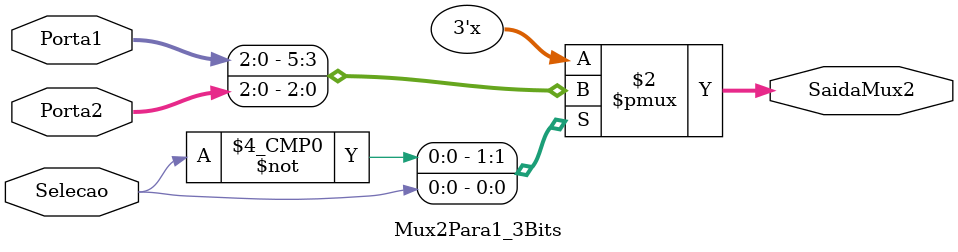
<source format=v>
module Mux2Para1_3Bits (Porta1, Porta2, Selecao, SaidaMux2);
    input wire [2:0] Porta1, Porta2; 
    input wire Selecao;
    output reg [2:0] SaidaMux2;
    
    always @(*) begin
        case (Selecao)
            1'b0: SaidaMux2 = Porta1;
            1'b1: SaidaMux2 = Porta2;
        endcase
    end
endmodule

</source>
